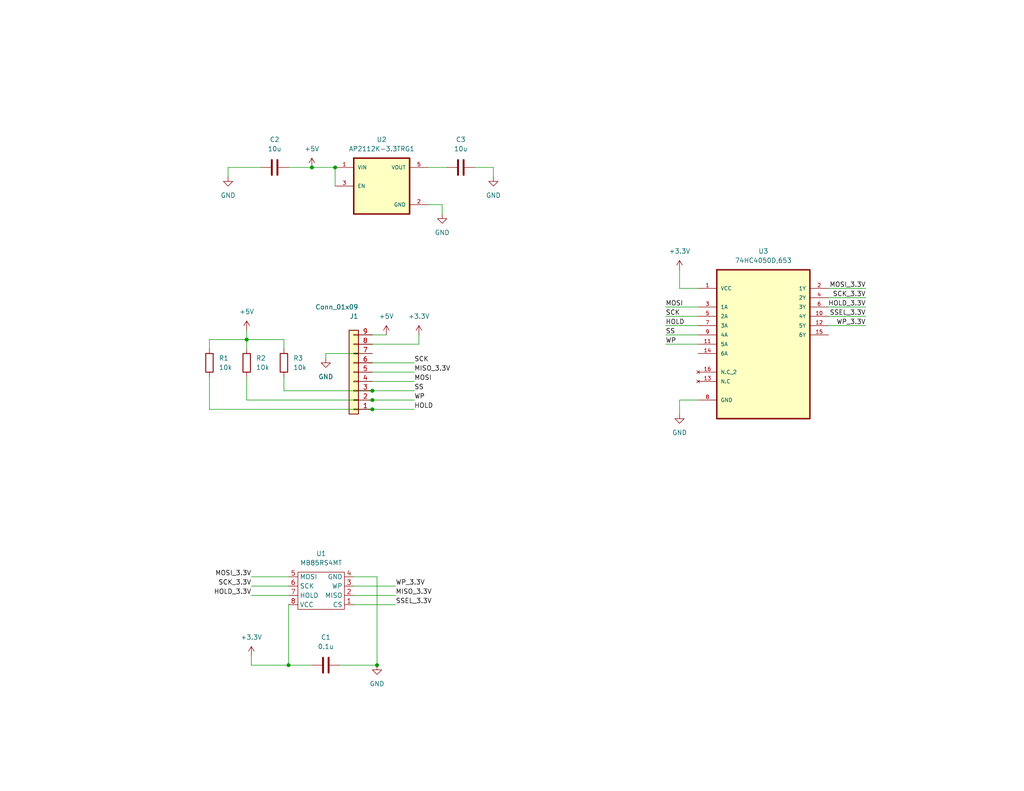
<source format=kicad_sch>
(kicad_sch (version 20211123) (generator eeschema)
  (paper "A")
  (title_block (title "DataLogger PCB") (date "2023-04-08") (rev "0") (company "USST Avionics"))
  (lib_symbols
    (symbol "74HC4050D_653:74HC4050D,653" (pin_names (offset 1.016))
      (property "Reference" "U" (at -5.1608 19.8805 0))
      (property "Value" "74HC4050D,653" (at -3.2835 -27.7948 0))
      (symbol "74HC4050D,653_0_0"
        (rectangle (start -12.7 -22.86) (end 12.7 17.78) (stroke (width 0.4064)) (fill (type background)))
        (pin power_in line (at -17.78 12.7 0) (length 5.08) (name "VCC") (number "1"))
        (pin output line (at 17.78 5.08 180) (length 5.08) (name "4Y") (number "10"))
        (pin input line (at -17.78 -2.54 0) (length 5.08) (name "5A") (number "11"))
        (pin output line (at 17.78 2.54 180) (length 5.08) (name "5Y") (number "12"))
        (pin no_connect line (at -17.78 -12.7 0) (length 5.08) (name "N.C") (number "13"))
        (pin input line (at -17.78 -5.08 0) (length 5.08) (name "6A") (number "14"))
        (pin output line (at 17.78 0 180) (length 5.08) (name "6Y") (number "15"))
        (pin no_connect line (at -17.78 -10.16 0) (length 5.08) (name "N.C_2") (number "16"))
        (pin output line (at 17.78 12.7 180) (length 5.08) (name "1Y") (number "2"))
        (pin input line (at -17.78 7.62 0) (length 5.08) (name "1A") (number "3"))
        (pin output line (at 17.78 10.16 180) (length 5.08) (name "2Y") (number "4"))
        (pin input line (at -17.78 5.08 0) (length 5.08) (name "2A") (number "5"))
        (pin output line (at 17.78 7.62 180) (length 5.08) (name "3Y") (number "6"))
        (pin input line (at -17.78 2.54 0) (length 5.08) (name "3A") (number "7"))
        (pin passive line (at -17.78 -17.78 0) (length 5.08) (name "GND") (number "8"))
        (pin input line (at -17.78 0 0) (length 5.08) (name "4A") (number "9"))
      )
    )
    (symbol "AP2112K-3.3TRG1:AP2112K-3.3TRG1" (pin_names (offset 1.016))
      (property "Reference" "U" (at -7.663 8.6476 0))
      (property "Value" "AP2112K-3.3TRG1" (at -7.6489 -11.6507 0))
      (symbol "AP2112K-3.3TRG1_0_0"
        (rectangle (start -7.62 -7.62) (end 7.62 7.62) (stroke (width 0.41)) (fill (type background)))
        (pin power_in line (at -12.7 5.08 0) (length 5.08) (name "VIN") (number "1"))
        (pin power_in line (at 12.7 -5.08 180) (length 5.08) (name "GND") (number "2"))
        (pin input line (at -12.7 0 0) (length 5.08) (name "EN") (number "3"))
        (pin power_in line (at 12.7 5.08 180) (length 5.08) (name "VOUT") (number "5"))
      )
    )
    (symbol "Connector_Generic:Conn_01x09" (pin_names (offset 1.016) hide)
      (property "Reference" "J" (at 0 12.7 0))
      (property "Value" "Conn_01x09" (at 0 -12.7 0))
      (symbol "Conn_01x09_1_1"
        (rectangle (start -1.27 -10.033) (end 0 -10.287) (stroke (width 0.1524)))
        (rectangle (start -1.27 -7.493) (end 0 -7.747) (stroke (width 0.1524)))
        (rectangle (start -1.27 -4.953) (end 0 -5.207) (stroke (width 0.1524)))
        (rectangle (start -1.27 -2.413) (end 0 -2.667) (stroke (width 0.1524)))
        (rectangle (start -1.27 0.127) (end 0 -0.127) (stroke (width 0.1524)))
        (rectangle (start -1.27 2.667) (end 0 2.413) (stroke (width 0.1524)))
        (rectangle (start -1.27 5.207) (end 0 4.953) (stroke (width 0.1524)))
        (rectangle (start -1.27 7.747) (end 0 7.493) (stroke (width 0.1524)))
        (rectangle (start -1.27 10.287) (end 0 10.033) (stroke (width 0.1524)))
        (rectangle (start -1.27 11.43) (end 1.27 -11.43) (stroke (width 0.254)) (fill (type background)))
        (pin passive line (at -5.08 10.16 0) (length 3.81) (name "Pin_1") (number "1"))
        (pin passive line (at -5.08 7.62 0) (length 3.81) (name "Pin_2") (number "2"))
        (pin passive line (at -5.08 5.08 0) (length 3.81) (name "Pin_3") (number "3"))
        (pin passive line (at -5.08 2.54 0) (length 3.81) (name "Pin_4") (number "4"))
        (pin passive line (at -5.08 0 0) (length 3.81) (name "Pin_5") (number "5"))
        (pin passive line (at -5.08 -2.54 0) (length 3.81) (name "Pin_6") (number "6"))
        (pin passive line (at -5.08 -5.08 0) (length 3.81) (name "Pin_7") (number "7"))
        (pin passive line (at -5.08 -7.62 0) (length 3.81) (name "Pin_8") (number "8"))
        (pin passive line (at -5.08 -10.16 0) (length 3.81) (name "Pin_9") (number "9"))
      )
    )
    (symbol "Device:C" (pin_numbers hide) (pin_names (offset 0.254))
      (property "Reference" "C" (at 0.635 2.54 0))
      (property "Value" "C" (at 0.635 -2.54 0))
      (symbol "C_0_1"
        (polyline (pts (xy -2.032 -0.762) (xy 2.032 -0.762)) (stroke (width 0.508)))
        (polyline (pts (xy -2.032 0.762) (xy 2.032 0.762)) (stroke (width 0.508)))
      )
      (symbol "C_1_1"
        (pin passive line (at 0 3.81 270) (length 2.794) (name "~") (number "1"))
        (pin passive line (at 0 -3.81 90) (length 2.794) (name "~") (number "2"))
      )
    )
    (symbol "Device:R" (pin_numbers hide) (pin_names (offset 0))
      (property "Reference" "R" (at 2.032 0 90))
      (property "Value" "R" (at 0 0 90))
      (symbol "R_0_1"
        (rectangle (start -1.016 -2.54) (end 1.016 2.54) (stroke (width 0.254)))
      )
      (symbol "R_1_1"
        (pin passive line (at 0 3.81 270) (length 1.27) (name "~") (number "1"))
        (pin passive line (at 0 -3.81 90) (length 1.27) (name "~") (number "2"))
      )
    )
    (symbol "MB85RS4MT:MB85RS4MT"
      (property "Reference" "U" (at 0 7.62 0))
      (property "Value" "MB85RS4MT" (at 0 10.16 0))
      (symbol "MB85RS4MT_0_1"
        (polyline (pts (xy -6.35 -5.08) (xy -6.35 5.08) (xy 6.35 5.08) (xy 6.35 -5.08) (xy -6.35 -5.08)))
      )
      (symbol "MB85RS4MT_1_1"
        (pin passive line (at 8.89 -3.81 180) (length 2.54) (name "CS") (number "1"))
        (pin passive line (at 8.89 -1.27 180) (length 2.54) (name "MISO") (number "2"))
        (pin passive line (at 8.89 1.27 180) (length 2.54) (name "WP") (number "3"))
        (pin passive line (at 8.89 3.81 180) (length 2.54) (name "GND") (number "4"))
        (pin passive line (at -8.89 3.81 0) (length 2.54) (name "MOSI") (number "5"))
        (pin passive line (at -8.89 1.27 0) (length 2.54) (name "SCK") (number "6"))
        (pin passive line (at -8.89 -1.27 0) (length 2.54) (name "HOLD") (number "7"))
        (pin passive line (at -8.89 -3.81 0) (length 2.54) (name "VCC") (number "8"))
      )
    )
    (symbol "power:+3.3V" (power) (pin_names (offset 0))
      (property "Value" "+3.3V" (at 0 3.556 0))
      (symbol "+3.3V_0_1"
        (polyline (pts (xy -0.762 1.27) (xy 0 2.54)))
        (polyline (pts (xy 0 0) (xy 0 2.54)))
        (polyline (pts (xy 0 2.54) (xy 0.762 1.27)))
      )
      (symbol "+3.3V_1_1"
        (pin power_in line (at 0 0 90) (length 0) hide (name "+3.3V") (number "1"))
      )
    )
    (symbol "power:+5V" (power) (pin_names (offset 0))
      (property "Value" "+5V" (at 0 3.556 0))
      (symbol "+5V_0_1"
        (polyline (pts (xy -0.762 1.27) (xy 0 2.54)))
        (polyline (pts (xy 0 0) (xy 0 2.54)))
        (polyline (pts (xy 0 2.54) (xy 0.762 1.27)))
      )
      (symbol "+5V_1_1"
        (pin power_in line (at 0 0 90) (length 0) hide (name "+5V") (number "1"))
      )
    )
    (symbol "power:GND" (power) (pin_names (offset 0))
      (property "Value" "GND" (at 0 -3.81 0))
      (symbol "GND_0_1"
        (polyline (pts (xy 0 0) (xy 0 -1.27) (xy 1.27 -1.27) (xy 0 -2.54) (xy -1.27 -1.27) (xy 0 -1.27)))
      )
      (symbol "GND_1_1"
        (pin power_in line (at 0 0 270) (length 0) hide (name "GND") (number "1"))
      )
    )
  )
  (junction (at 101.6 111.76))
  (junction (at 91.44 45.72))
  (junction (at 85.09 45.72))
  (junction (at 101.6 109.22))
  (junction (at 78.74 181.61))
  (junction (at 67.31 92.71))
  (junction (at 101.6 106.68))
  (junction (at 102.87 181.61))
  (wire (pts (xy 134.62 45.72) (xy 134.62 48.26)))
  (wire (pts (xy 101.6 91.44) (xy 105.41 91.44)))
  (wire (pts (xy 96.52 162.56) (xy 107.95 162.56)))
  (wire (pts (xy 181.61 83.82) (xy 190.5 83.82)))
  (wire (pts (xy 92.71 181.61) (xy 102.87 181.61)))
  (wire (pts (xy 78.74 165.1) (xy 78.74 181.61)))
  (wire (pts (xy 57.15 92.71) (xy 67.31 92.71)))
  (wire (pts (xy 77.47 92.71) (xy 67.31 92.71)))
  (wire (pts (xy 77.47 95.25) (xy 77.47 92.71)))
  (wire (pts (xy 185.42 109.22) (xy 185.42 113.03)))
  (wire (pts (xy 114.3 91.44) (xy 114.3 93.98)))
  (wire (pts (xy 68.58 160.02) (xy 78.74 160.02)))
  (wire (pts (xy 102.87 157.48) (xy 102.87 181.61)))
  (wire (pts (xy 226.06 81.28) (xy 236.22 81.28)))
  (wire (pts (xy 57.15 102.87) (xy 57.15 111.76)))
  (wire (pts (xy 120.65 55.88) (xy 120.65 58.42)))
  (wire (pts (xy 226.06 83.82) (xy 236.22 83.82)))
  (wire (pts (xy 78.74 181.61) (xy 85.09 181.61)))
  (wire (pts (xy 116.84 45.72) (xy 121.92 45.72)))
  (wire (pts (xy 88.9 96.52) (xy 88.9 97.79)))
  (wire (pts (xy 226.06 88.9) (xy 236.22 88.9)))
  (wire (pts (xy 67.31 109.22) (xy 101.6 109.22)))
  (wire (pts (xy 67.31 92.71) (xy 67.31 95.25)))
  (wire (pts (xy 101.6 93.98) (xy 114.3 93.98)))
  (wire (pts (xy 226.06 78.74) (xy 236.22 78.74)))
  (wire (pts (xy 68.58 181.61) (xy 68.58 179.07)))
  (wire (pts (xy 101.6 99.06) (xy 113.03 99.06)))
  (wire (pts (xy 190.5 109.22) (xy 185.42 109.22)))
  (wire (pts (xy 78.74 45.72) (xy 85.09 45.72)))
  (wire (pts (xy 185.42 73.66) (xy 185.42 78.74)))
  (wire (pts (xy 67.31 90.17) (xy 67.31 92.71)))
  (wire (pts (xy 181.61 86.36) (xy 190.5 86.36)))
  (wire (pts (xy 101.6 101.6) (xy 113.03 101.6)))
  (wire (pts (xy 57.15 111.76) (xy 101.6 111.76)))
  (wire (pts (xy 226.06 86.36) (xy 236.22 86.36)))
  (wire (pts (xy 181.61 88.9) (xy 190.5 88.9)))
  (wire (pts (xy 62.23 45.72) (xy 71.12 45.72)))
  (wire (pts (xy 85.09 45.72) (xy 91.44 45.72)))
  (wire (pts (xy 67.31 102.87) (xy 67.31 109.22)))
  (wire (pts (xy 77.47 106.68) (xy 101.6 106.68)))
  (wire (pts (xy 101.6 96.52) (xy 88.9 96.52)))
  (wire (pts (xy 96.52 157.48) (xy 102.87 157.48)))
  (wire (pts (xy 68.58 157.48) (xy 78.74 157.48)))
  (wire (pts (xy 62.23 48.26) (xy 62.23 45.72)))
  (wire (pts (xy 68.58 181.61) (xy 78.74 181.61)))
  (wire (pts (xy 190.5 78.74) (xy 185.42 78.74)))
  (wire (pts (xy 101.6 109.22) (xy 113.03 109.22)))
  (wire (pts (xy 77.47 102.87) (xy 77.47 106.68)))
  (wire (pts (xy 101.6 111.76) (xy 113.03 111.76)))
  (wire (pts (xy 91.44 45.72) (xy 91.44 50.8)))
  (wire (pts (xy 96.52 165.1) (xy 107.95 165.1)))
  (wire (pts (xy 96.52 160.02) (xy 107.95 160.02)))
  (wire (pts (xy 181.61 91.44) (xy 190.5 91.44)))
  (wire (pts (xy 57.15 95.25) (xy 57.15 92.71)))
  (wire (pts (xy 101.6 106.68) (xy 113.03 106.68)))
  (wire (pts (xy 129.54 45.72) (xy 134.62 45.72)))
  (wire (pts (xy 68.58 162.56) (xy 78.74 162.56)))
  (wire (pts (xy 181.61 93.98) (xy 190.5 93.98)))
  (wire (pts (xy 101.6 104.14) (xy 113.03 104.14)))
  (wire (pts (xy 116.84 55.88) (xy 120.65 55.88)))
  (label "MOSI_3.3V" (at 68.58 157.48 180))
  (label "HOLD" (at 181.61 88.9 0))
  (label "MOSI" (at 181.61 83.82 0))
  (label "SS" (at 113.03 106.68 0))
  (label "WP_3.3V" (at 236.22 88.9 180))
  (label "SSEL_3.3V" (at 107.95 165.1 0))
  (label "MISO_3.3V" (at 113.03 101.6 0))
  (label "WP" (at 113.03 109.22 0))
  (label "SS" (at 181.61 91.44 0))
  (label "SCK" (at 181.61 86.36 0))
  (label "WP" (at 181.61 93.98 0))
  (label "WP_3.3V" (at 107.95 160.02 0))
  (label "SCK" (at 113.03 99.06 0))
  (label "HOLD_3.3V" (at 236.22 83.82 180))
  (label "HOLD_3.3V" (at 68.58 162.56 180))
  (label "MOSI" (at 113.03 104.14 0))
  (label "MOSI_3.3V" (at 236.22 78.74 180))
  (label "SCK_3.3V" (at 236.22 81.28 180))
  (label "MISO_3.3V" (at 107.95 162.56 0))
  (label "SSEL_3.3V" (at 236.22 86.36 180))
  (label "SCK_3.3V" (at 68.58 160.02 180))
  (label "HOLD" (at 113.03 111.76 0))
  (symbol (lib_id "Device:C") (at 125.73 45.72 90) (unit 1)
    (property "Reference" "C3" (at 125.73 38.1 90))
    (property "Value" "10u" (at 125.73 40.64 90))
  )
  (symbol (lib_id "Device:R") (at 77.47 99.06 0) (unit 1)
    (property "Reference" "R3" (at 80.01 97.7899 0) (effects (justify left)))
    (property "Value" "10k" (at 80.01 100.3299 0) (effects (justify left)))
  )
  (symbol (lib_id "power:+5V") (at 85.09 45.72 0) (unit 1)
    (property "Reference" "#PWR0110" (effects hide))
    (property "Value" "+5V" (at 85.09 40.64 0))
  )
  (symbol (lib_id "power:GND") (at 134.62 48.26 0) (unit 1)
    (property "Reference" "#PWR0112" (effects hide))
    (property "Value" "GND" (at 134.62 53.34 0))
  )
  (symbol (lib_id "power:GND") (at 62.23 48.26 0) (unit 1)
    (property "Reference" "#PWR0109" (effects hide))
    (property "Value" "GND" (at 62.23 53.34 0))
  )
  (symbol (lib_id "power:+3.3V") (at 185.42 73.66 0) (unit 1)
    (property "Reference" "#PWR0102" (effects hide))
    (property "Value" "+3.3V" (at 185.42 68.58 0))
  )
  (symbol (lib_id "Device:C") (at 74.93 45.72 90) (unit 1)
    (property "Reference" "C2" (at 74.93 38.1 90))
    (property "Value" "10u" (at 74.93 40.64 90))
  )
  (symbol (lib_id "power:+5V") (at 105.41 91.44 0) (unit 1)
    (property "Reference" "#PWR0107" (effects hide))
    (property "Value" "+5V" (at 105.41 86.36 0))
  )
  (symbol (lib_id "Connector_Generic:Conn_01x09") (at 96.52 101.6 180) (unit 1)
    (property "Reference" "J1" (at 97.79 86.36 0) (effects (justify left)))
    (property "Value" "Conn_01x09" (at 97.79 83.82 0) (effects (justify left)))
  )
  (symbol (lib_id "Device:C") (at 88.9 181.61 90) (unit 1)
    (property "Reference" "C1" (at 88.9 173.99 90))
    (property "Value" "0.1u" (at 88.9 176.53 90))
  )
  (symbol (lib_id "Device:R") (at 57.15 99.06 0) (unit 1)
    (property "Reference" "R1" (at 59.69 97.7899 0) (effects (justify left)))
    (property "Value" "10k" (at 59.69 100.3299 0) (effects (justify left)))
  )
  (symbol (lib_id "power:+3.3V") (at 114.3 91.44 0) (unit 1)
    (property "Reference" "#PWR0106" (effects hide))
    (property "Value" "+3.3V" (at 114.3 86.36 0))
  )
  (symbol (lib_id "power:+3.3V") (at 68.58 179.07 0) (unit 1)
    (property "Reference" "#PWR0104" (effects hide))
    (property "Value" "+3.3V" (at 68.58 173.99 0))
  )
  (symbol (lib_id "power:GND") (at 185.42 113.03 0) (unit 1)
    (property "Reference" "#PWR0101" (effects hide))
    (property "Value" "GND" (at 185.42 118.11 0))
  )
  (symbol (lib_id "74HC4050D_653:74HC4050D,653") (at 208.28 91.44 0) (unit 1)
    (property "Reference" "U3" (at 208.28 68.58 0))
    (property "Value" "74HC4050D,653" (at 208.28 71.12 0))
    (property "Footprint" "SOIC127P600X175-16N" (effects hide))
    (property "SUPPLIER" "NXP" (effects hide))
    (property "PACKAGE" "SOIC-16" (effects hide))
    (property "MPN" "74HC4050D,653" (effects hide))
    (property "OC_FARNELL" "1868612" (effects hide))
    (property "OC_NEWARK" "71R2496" (effects hide))
  )
  (symbol (lib_id "power:+5V") (at 67.31 90.17 0) (unit 1)
    (property "Reference" "#PWR0108" (effects hide))
    (property "Value" "+5V" (at 67.31 85.09 0))
  )
  (symbol (lib_id "MB85RS4MT:MB85RS4MT") (at 87.63 161.29 0) (unit 1)
    (property "Reference" "U1" (at 87.63 151.13 0))
    (property "Value" "MB85RS4MT" (at 87.63 153.67 0))
    (property "Footprint" "MB85RS4MT:MB85RS4MT" (effects hide))
  )
  (symbol (lib_id "Device:R") (at 67.31 99.06 0) (unit 1)
    (property "Reference" "R2" (at 69.85 97.7899 0) (effects (justify left)))
    (property "Value" "10k" (at 69.85 100.3299 0) (effects (justify left)))
  )
  (symbol (lib_id "power:GND") (at 88.9 97.79 0) (unit 1)
    (property "Reference" "#PWR0105" (effects hide))
    (property "Value" "GND" (at 88.9 102.87 0))
  )
  (symbol (lib_id "power:GND") (at 102.87 181.61 0) (unit 1)
    (property "Reference" "#PWR0103" (effects hide))
    (property "Value" "GND" (at 102.87 186.69 0))
  )
  (symbol (lib_id "power:GND") (at 120.65 58.42 0) (unit 1)
    (property "Reference" "#PWR0111" (effects hide))
    (property "Value" "GND" (at 120.65 63.5 0))
  )
  (symbol (lib_id "AP2112K-3.3TRG1:AP2112K-3.3TRG1") (at 104.14 50.8 0) (unit 1)
    (property "Reference" "U2" (at 104.14 38.1 0))
    (property "Value" "AP2112K-3.3TRG1" (at 104.14 40.64 0))
    (property "Footprint" "SOT95P285X140-5N" (effects hide))
    (property "MANUFACTURER" "Diodes Inc." (effects hide))
    (property "PARTREV" "2-2" (effects hide))
  )
)
</source>
